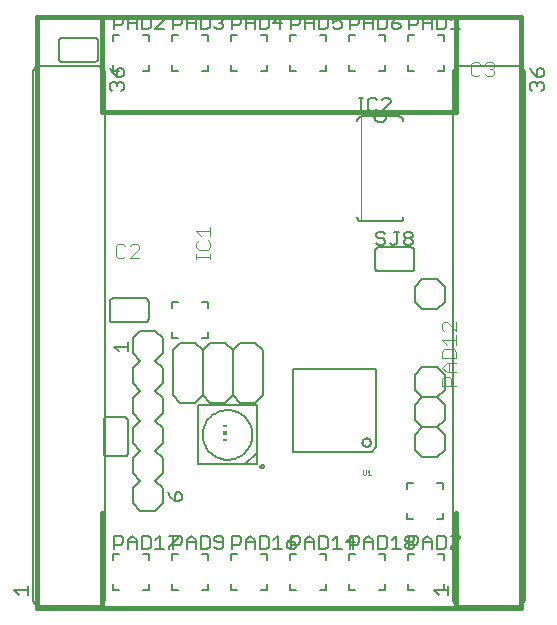
<source format=gto>
G75*
%MOIN*%
%OFA0B0*%
%FSLAX24Y24*%
%IPPOS*%
%LPD*%
%AMOC8*
5,1,8,0,0,1.08239X$1,22.5*
%
%ADD10C,0.0160*%
%ADD11C,0.0060*%
%ADD12C,0.0010*%
%ADD13C,0.0050*%
%ADD14R,0.0118X0.0059*%
%ADD15R,0.0118X0.0118*%
%ADD16C,0.0040*%
%ADD17C,0.0020*%
D10*
X001046Y000180D02*
X017188Y000180D01*
X017188Y019865D01*
X001046Y019865D01*
X001046Y000180D01*
X003211Y000180D02*
X003211Y003330D01*
X003211Y000180D02*
X015022Y000180D01*
X015022Y003330D01*
X015022Y016715D02*
X003211Y016715D01*
X003211Y019865D01*
X015022Y019865D01*
X015022Y016715D01*
D11*
X014917Y017985D02*
X014917Y000485D01*
X014638Y000761D02*
X014438Y000761D01*
X014638Y000761D02*
X014638Y000961D01*
X014917Y000485D02*
X014919Y000455D01*
X014924Y000425D01*
X014933Y000396D01*
X014946Y000369D01*
X014961Y000343D01*
X014980Y000319D01*
X015001Y000298D01*
X015025Y000279D01*
X015051Y000264D01*
X015078Y000251D01*
X015107Y000242D01*
X015137Y000237D01*
X015167Y000235D01*
X017067Y000235D01*
X017097Y000237D01*
X017127Y000242D01*
X017156Y000251D01*
X017183Y000264D01*
X017209Y000279D01*
X017233Y000298D01*
X017254Y000319D01*
X017273Y000343D01*
X017288Y000369D01*
X017301Y000396D01*
X017310Y000425D01*
X017315Y000455D01*
X017317Y000485D01*
X017317Y017985D01*
X017315Y018015D01*
X017310Y018045D01*
X017301Y018074D01*
X017288Y018101D01*
X017273Y018127D01*
X017254Y018151D01*
X017233Y018172D01*
X017209Y018191D01*
X017183Y018206D01*
X017156Y018219D01*
X017127Y018228D01*
X017097Y018233D01*
X017067Y018235D01*
X015167Y018235D01*
X015137Y018233D01*
X015107Y018228D01*
X015078Y018219D01*
X015051Y018206D01*
X015025Y018191D01*
X015001Y018172D01*
X014980Y018151D01*
X014961Y018127D01*
X014946Y018101D01*
X014933Y018074D01*
X014924Y018045D01*
X014919Y018015D01*
X014917Y017985D01*
X014638Y018084D02*
X014638Y018284D01*
X014638Y018084D02*
X014438Y018084D01*
X013638Y018084D02*
X013438Y018084D01*
X013438Y018284D01*
X012669Y018284D02*
X012669Y018084D01*
X012469Y018084D01*
X011669Y018084D02*
X011469Y018084D01*
X011469Y018284D01*
X010701Y018284D02*
X010701Y018084D01*
X010501Y018084D01*
X009701Y018084D02*
X009501Y018084D01*
X009501Y018284D01*
X009501Y019084D02*
X009501Y019284D01*
X009701Y019284D01*
X010501Y019284D02*
X010701Y019284D01*
X010701Y019084D01*
X011469Y019084D02*
X011469Y019284D01*
X011669Y019284D01*
X012469Y019284D02*
X012669Y019284D01*
X012669Y019084D01*
X013438Y019084D02*
X013438Y019284D01*
X013638Y019284D01*
X014438Y019284D02*
X014638Y019284D01*
X014638Y019084D01*
X013122Y016556D02*
X012702Y016556D01*
X012302Y016556D01*
X011882Y016556D01*
X011859Y016554D01*
X011836Y016549D01*
X011814Y016540D01*
X011794Y016527D01*
X011776Y016512D01*
X011761Y016494D01*
X011748Y016474D01*
X011739Y016452D01*
X011734Y016429D01*
X011732Y016406D01*
X012302Y016556D02*
X012304Y016529D01*
X012309Y016502D01*
X012319Y016476D01*
X012331Y016452D01*
X012347Y016430D01*
X012365Y016410D01*
X012387Y016393D01*
X012410Y016378D01*
X012435Y016368D01*
X012461Y016360D01*
X012488Y016356D01*
X012516Y016356D01*
X012543Y016360D01*
X012569Y016368D01*
X012594Y016378D01*
X012617Y016393D01*
X012639Y016410D01*
X012657Y016430D01*
X012673Y016452D01*
X012685Y016476D01*
X012695Y016502D01*
X012700Y016529D01*
X012702Y016556D01*
X013122Y016556D02*
X013145Y016554D01*
X013168Y016549D01*
X013190Y016540D01*
X013210Y016527D01*
X013228Y016512D01*
X013243Y016494D01*
X013256Y016474D01*
X013265Y016452D01*
X013270Y016429D01*
X013272Y016406D01*
X013272Y013206D02*
X013270Y013183D01*
X013265Y013160D01*
X013256Y013138D01*
X013243Y013118D01*
X013228Y013100D01*
X013210Y013085D01*
X013190Y013072D01*
X013168Y013063D01*
X013145Y013058D01*
X013122Y013056D01*
X011882Y013056D01*
X011859Y013058D01*
X011836Y013063D01*
X011814Y013072D01*
X011794Y013085D01*
X011776Y013100D01*
X011761Y013118D01*
X011748Y013138D01*
X011739Y013160D01*
X011734Y013183D01*
X011732Y013206D01*
X012433Y012192D02*
X013533Y012192D01*
X013550Y012190D01*
X013567Y012186D01*
X013583Y012179D01*
X013597Y012169D01*
X013610Y012156D01*
X013620Y012142D01*
X013627Y012126D01*
X013631Y012109D01*
X013633Y012092D01*
X013633Y011492D01*
X013631Y011475D01*
X013627Y011458D01*
X013620Y011442D01*
X013610Y011428D01*
X013597Y011415D01*
X013583Y011405D01*
X013567Y011398D01*
X013550Y011394D01*
X013533Y011392D01*
X012433Y011392D01*
X012416Y011394D01*
X012399Y011398D01*
X012383Y011405D01*
X012369Y011415D01*
X012356Y011428D01*
X012346Y011442D01*
X012339Y011458D01*
X012335Y011475D01*
X012333Y011492D01*
X012333Y012092D01*
X012335Y012109D01*
X012339Y012126D01*
X012346Y012142D01*
X012356Y012156D01*
X012369Y012169D01*
X012383Y012179D01*
X012399Y012186D01*
X012416Y012190D01*
X012433Y012192D01*
X013644Y010883D02*
X013894Y011133D01*
X014394Y011133D01*
X014644Y010883D01*
X014644Y010383D01*
X014394Y010133D01*
X013894Y010133D01*
X013644Y010383D01*
X013644Y010883D01*
X013894Y008196D02*
X014394Y008196D01*
X014644Y007946D01*
X014644Y007446D01*
X014394Y007196D01*
X014644Y006946D01*
X014644Y006446D01*
X014394Y006196D01*
X014644Y005946D01*
X014644Y005446D01*
X014394Y005196D01*
X013894Y005196D01*
X013644Y005446D01*
X013644Y005946D01*
X013894Y006196D01*
X013644Y006446D01*
X013644Y006946D01*
X013894Y007196D01*
X013644Y007446D01*
X013644Y007946D01*
X013894Y008196D01*
X013894Y007196D02*
X014394Y007196D01*
X014394Y006196D02*
X013894Y006196D01*
X012347Y005523D02*
X012207Y005383D01*
X009587Y005383D01*
X009587Y008143D01*
X012347Y008143D01*
X012347Y005523D01*
X011906Y005683D02*
X011908Y005706D01*
X011914Y005729D01*
X011923Y005750D01*
X011936Y005770D01*
X011952Y005787D01*
X011970Y005801D01*
X011990Y005812D01*
X012012Y005820D01*
X012035Y005824D01*
X012059Y005824D01*
X012082Y005820D01*
X012104Y005812D01*
X012124Y005801D01*
X012142Y005787D01*
X012158Y005770D01*
X012171Y005750D01*
X012180Y005729D01*
X012186Y005706D01*
X012188Y005683D01*
X012186Y005660D01*
X012180Y005637D01*
X012171Y005616D01*
X012158Y005596D01*
X012142Y005579D01*
X012124Y005565D01*
X012104Y005554D01*
X012082Y005546D01*
X012059Y005542D01*
X012035Y005542D01*
X012012Y005546D01*
X011990Y005554D01*
X011970Y005565D01*
X011952Y005579D01*
X011936Y005596D01*
X011923Y005616D01*
X011914Y005637D01*
X011908Y005660D01*
X011906Y005683D01*
X013383Y004351D02*
X013383Y004151D01*
X013383Y004351D02*
X013583Y004351D01*
X014383Y004351D02*
X014583Y004351D01*
X014583Y004151D01*
X014583Y003351D02*
X014583Y003151D01*
X014383Y003151D01*
X013583Y003151D02*
X013383Y003151D01*
X013383Y003351D01*
X013438Y001961D02*
X013638Y001961D01*
X013438Y001961D02*
X013438Y001761D01*
X012669Y001761D02*
X012669Y001961D01*
X012469Y001961D01*
X011669Y001961D02*
X011469Y001961D01*
X011469Y001761D01*
X010701Y001761D02*
X010701Y001961D01*
X010501Y001961D01*
X009701Y001961D02*
X009501Y001961D01*
X009501Y001761D01*
X009501Y000961D02*
X009501Y000761D01*
X009701Y000761D01*
X010501Y000761D02*
X010701Y000761D01*
X010701Y000961D01*
X011469Y000961D02*
X011469Y000761D01*
X011669Y000761D01*
X012469Y000761D02*
X012669Y000761D01*
X012669Y000961D01*
X013438Y000961D02*
X013438Y000761D01*
X013638Y000761D01*
X014638Y001761D02*
X014638Y001961D01*
X014438Y001961D01*
X008732Y001961D02*
X008732Y001761D01*
X008732Y001961D02*
X008532Y001961D01*
X007732Y001961D02*
X007532Y001961D01*
X007532Y001761D01*
X006764Y001761D02*
X006764Y001961D01*
X006564Y001961D01*
X005764Y001961D02*
X005564Y001961D01*
X005564Y001761D01*
X004795Y001761D02*
X004795Y001961D01*
X004595Y001961D01*
X003795Y001961D02*
X003595Y001961D01*
X003595Y001761D01*
X003595Y000961D02*
X003595Y000761D01*
X003795Y000761D01*
X003317Y000485D02*
X003317Y017985D01*
X003595Y018084D02*
X003595Y018284D01*
X003595Y018084D02*
X003795Y018084D01*
X003317Y017985D02*
X003315Y018015D01*
X003310Y018045D01*
X003301Y018074D01*
X003288Y018101D01*
X003273Y018127D01*
X003254Y018151D01*
X003233Y018172D01*
X003209Y018191D01*
X003183Y018206D01*
X003156Y018219D01*
X003127Y018228D01*
X003097Y018233D01*
X003067Y018235D01*
X001167Y018235D01*
X001137Y018233D01*
X001107Y018228D01*
X001078Y018219D01*
X001051Y018206D01*
X001025Y018191D01*
X001001Y018172D01*
X000980Y018151D01*
X000961Y018127D01*
X000946Y018101D01*
X000933Y018074D01*
X000924Y018045D01*
X000919Y018015D01*
X000917Y017985D01*
X000917Y000485D01*
X000919Y000455D01*
X000924Y000425D01*
X000933Y000396D01*
X000946Y000369D01*
X000961Y000343D01*
X000980Y000319D01*
X001001Y000298D01*
X001025Y000279D01*
X001051Y000264D01*
X001078Y000251D01*
X001107Y000242D01*
X001137Y000237D01*
X001167Y000235D01*
X003067Y000235D01*
X003097Y000237D01*
X003127Y000242D01*
X003156Y000251D01*
X003183Y000264D01*
X003209Y000279D01*
X003233Y000298D01*
X003254Y000319D01*
X003273Y000343D01*
X003288Y000369D01*
X003301Y000396D01*
X003310Y000425D01*
X003315Y000455D01*
X003317Y000485D01*
X004595Y000761D02*
X004795Y000761D01*
X004795Y000961D01*
X005564Y000961D02*
X005564Y000761D01*
X005764Y000761D01*
X006564Y000761D02*
X006764Y000761D01*
X006764Y000961D01*
X007532Y000961D02*
X007532Y000761D01*
X007732Y000761D01*
X008532Y000761D02*
X008732Y000761D01*
X008732Y000961D01*
X005254Y003658D02*
X005004Y003408D01*
X004504Y003408D01*
X004254Y003658D01*
X004254Y004158D01*
X004504Y004408D01*
X004254Y004658D01*
X004254Y005158D01*
X004504Y005408D01*
X004254Y005658D01*
X004254Y006158D01*
X004504Y006408D01*
X004254Y006658D01*
X004254Y007158D01*
X004504Y007408D01*
X004254Y007658D01*
X004254Y008158D01*
X004504Y008408D01*
X004254Y008658D01*
X004254Y009158D01*
X004504Y009408D01*
X005004Y009408D01*
X005254Y009158D01*
X005254Y008658D01*
X005004Y008408D01*
X005254Y008158D01*
X005254Y007658D01*
X005004Y007408D01*
X005254Y007158D01*
X005254Y006658D01*
X005004Y006408D01*
X005254Y006158D01*
X005254Y005658D01*
X005004Y005408D01*
X005254Y005158D01*
X005254Y004658D01*
X005004Y004408D01*
X005254Y004158D01*
X005254Y003658D01*
X003986Y005230D02*
X003386Y005230D01*
X003369Y005232D01*
X003352Y005236D01*
X003336Y005243D01*
X003322Y005253D01*
X003309Y005266D01*
X003299Y005280D01*
X003292Y005296D01*
X003288Y005313D01*
X003286Y005330D01*
X003286Y006430D01*
X003288Y006447D01*
X003292Y006464D01*
X003299Y006480D01*
X003309Y006494D01*
X003322Y006507D01*
X003336Y006517D01*
X003352Y006524D01*
X003369Y006528D01*
X003386Y006530D01*
X003986Y006530D01*
X004003Y006528D01*
X004020Y006524D01*
X004036Y006517D01*
X004050Y006507D01*
X004063Y006494D01*
X004073Y006480D01*
X004080Y006464D01*
X004084Y006447D01*
X004086Y006430D01*
X004086Y005330D01*
X004084Y005313D01*
X004080Y005296D01*
X004073Y005280D01*
X004063Y005266D01*
X004050Y005253D01*
X004036Y005243D01*
X004020Y005236D01*
X004003Y005232D01*
X003986Y005230D01*
X005835Y007007D02*
X005585Y007257D01*
X005585Y008757D01*
X005835Y009007D01*
X006335Y009007D01*
X006585Y008757D01*
X006585Y007257D01*
X006335Y007007D01*
X005835Y007007D01*
X006585Y007257D02*
X006835Y007007D01*
X007335Y007007D01*
X007585Y007257D01*
X007585Y008757D01*
X007335Y009007D01*
X006835Y009007D01*
X006585Y008757D01*
X006569Y009171D02*
X006769Y009171D01*
X006769Y009371D01*
X006769Y010171D02*
X006769Y010371D01*
X006569Y010371D01*
X005769Y010371D02*
X005569Y010371D01*
X005569Y010171D01*
X005569Y009371D02*
X005569Y009171D01*
X005769Y009171D01*
X004775Y009789D02*
X004775Y010389D01*
X004773Y010406D01*
X004769Y010423D01*
X004762Y010439D01*
X004752Y010453D01*
X004739Y010466D01*
X004725Y010476D01*
X004709Y010483D01*
X004692Y010487D01*
X004675Y010489D01*
X003575Y010489D01*
X003558Y010487D01*
X003541Y010483D01*
X003525Y010476D01*
X003511Y010466D01*
X003498Y010453D01*
X003488Y010439D01*
X003481Y010423D01*
X003477Y010406D01*
X003475Y010389D01*
X003475Y009789D01*
X003477Y009772D01*
X003481Y009755D01*
X003488Y009739D01*
X003498Y009725D01*
X003511Y009712D01*
X003525Y009702D01*
X003541Y009695D01*
X003558Y009691D01*
X003575Y009689D01*
X004675Y009689D01*
X004692Y009691D01*
X004709Y009695D01*
X004725Y009702D01*
X004739Y009712D01*
X004752Y009725D01*
X004762Y009739D01*
X004769Y009755D01*
X004773Y009772D01*
X004775Y009789D01*
X007585Y008757D02*
X007835Y009007D01*
X008335Y009007D01*
X008585Y008757D01*
X008585Y007257D01*
X008335Y007007D01*
X007835Y007007D01*
X007585Y007257D01*
X007532Y018084D02*
X007532Y018284D01*
X007532Y018084D02*
X007732Y018084D01*
X008532Y018084D02*
X008732Y018084D01*
X008732Y018284D01*
X008732Y019084D02*
X008732Y019284D01*
X008532Y019284D01*
X007732Y019284D02*
X007532Y019284D01*
X007532Y019084D01*
X006764Y019084D02*
X006764Y019284D01*
X006564Y019284D01*
X005764Y019284D02*
X005564Y019284D01*
X005564Y019084D01*
X004795Y019084D02*
X004795Y019284D01*
X004595Y019284D01*
X003795Y019284D02*
X003595Y019284D01*
X003595Y019084D01*
X003086Y019082D02*
X003086Y018482D01*
X003084Y018465D01*
X003080Y018448D01*
X003073Y018432D01*
X003063Y018418D01*
X003050Y018405D01*
X003036Y018395D01*
X003020Y018388D01*
X003003Y018384D01*
X002986Y018382D01*
X001886Y018382D01*
X001869Y018384D01*
X001852Y018388D01*
X001836Y018395D01*
X001822Y018405D01*
X001809Y018418D01*
X001799Y018432D01*
X001792Y018448D01*
X001788Y018465D01*
X001786Y018482D01*
X001786Y019082D01*
X001788Y019099D01*
X001792Y019116D01*
X001799Y019132D01*
X001809Y019146D01*
X001822Y019159D01*
X001836Y019169D01*
X001852Y019176D01*
X001869Y019180D01*
X001886Y019182D01*
X002986Y019182D01*
X003003Y019180D01*
X003020Y019176D01*
X003036Y019169D01*
X003050Y019159D01*
X003063Y019146D01*
X003073Y019132D01*
X003080Y019116D01*
X003084Y019099D01*
X003086Y019082D01*
X004595Y018084D02*
X004795Y018084D01*
X004795Y018284D01*
X005564Y018284D02*
X005564Y018084D01*
X005764Y018084D01*
X006564Y018084D02*
X006764Y018084D01*
X006764Y018284D01*
D12*
X011927Y004758D02*
X011927Y004633D01*
X011952Y004608D01*
X012002Y004608D01*
X012027Y004633D01*
X012027Y004758D01*
X012075Y004708D02*
X012125Y004758D01*
X012125Y004608D01*
X012075Y004608D02*
X012175Y004608D01*
D13*
X000441Y000610D02*
X000291Y000760D01*
X000742Y000760D01*
X000742Y000610D02*
X000742Y000910D01*
X003620Y002136D02*
X003620Y002586D01*
X003846Y002586D01*
X003921Y002511D01*
X003921Y002361D01*
X003846Y002286D01*
X003620Y002286D01*
X004081Y002361D02*
X004381Y002361D01*
X004381Y002436D02*
X004381Y002136D01*
X004541Y002136D02*
X004766Y002136D01*
X004841Y002211D01*
X004841Y002511D01*
X004766Y002586D01*
X004541Y002586D01*
X004541Y002136D01*
X004381Y002436D02*
X004231Y002586D01*
X004081Y002436D01*
X004081Y002136D01*
X005002Y002136D02*
X005302Y002136D01*
X005152Y002136D02*
X005152Y002586D01*
X005002Y002436D01*
X005462Y002586D02*
X005762Y002586D01*
X005762Y002511D01*
X005462Y002211D01*
X005462Y002136D01*
X005589Y002136D02*
X005589Y002586D01*
X005814Y002586D01*
X005889Y002511D01*
X005889Y002361D01*
X005814Y002286D01*
X005589Y002286D01*
X006049Y002361D02*
X006350Y002361D01*
X006350Y002436D02*
X006199Y002586D01*
X006049Y002436D01*
X006049Y002136D01*
X006350Y002136D02*
X006350Y002436D01*
X006510Y002586D02*
X006735Y002586D01*
X006810Y002511D01*
X006810Y002211D01*
X006735Y002136D01*
X006510Y002136D01*
X006510Y002586D01*
X006970Y002511D02*
X006970Y002436D01*
X007045Y002361D01*
X007270Y002361D01*
X007270Y002211D02*
X007270Y002511D01*
X007195Y002586D01*
X007045Y002586D01*
X006970Y002511D01*
X006970Y002211D02*
X007045Y002136D01*
X007195Y002136D01*
X007270Y002211D01*
X007557Y002136D02*
X007557Y002586D01*
X007783Y002586D01*
X007858Y002511D01*
X007858Y002361D01*
X007783Y002286D01*
X007557Y002286D01*
X008018Y002361D02*
X008318Y002361D01*
X008318Y002436D02*
X008168Y002586D01*
X008018Y002436D01*
X008018Y002136D01*
X008318Y002136D02*
X008318Y002436D01*
X008478Y002586D02*
X008703Y002586D01*
X008778Y002511D01*
X008778Y002211D01*
X008703Y002136D01*
X008478Y002136D01*
X008478Y002586D01*
X008939Y002436D02*
X009089Y002586D01*
X009089Y002136D01*
X008939Y002136D02*
X009239Y002136D01*
X009399Y002211D02*
X009399Y002361D01*
X009624Y002361D01*
X009699Y002286D01*
X009699Y002211D01*
X009624Y002136D01*
X009474Y002136D01*
X009399Y002211D01*
X009526Y002136D02*
X009526Y002586D01*
X009751Y002586D01*
X009826Y002511D01*
X009826Y002361D01*
X009751Y002286D01*
X009526Y002286D01*
X009399Y002361D02*
X009549Y002511D01*
X009699Y002586D01*
X009986Y002436D02*
X010136Y002586D01*
X010287Y002436D01*
X010287Y002136D01*
X010447Y002136D02*
X010672Y002136D01*
X010747Y002211D01*
X010747Y002511D01*
X010672Y002586D01*
X010447Y002586D01*
X010447Y002136D01*
X010287Y002361D02*
X009986Y002361D01*
X009986Y002436D02*
X009986Y002136D01*
X010907Y002136D02*
X011207Y002136D01*
X011057Y002136D02*
X011057Y002586D01*
X010907Y002436D01*
X011367Y002361D02*
X011668Y002361D01*
X011720Y002286D02*
X011494Y002286D01*
X011367Y002361D02*
X011593Y002586D01*
X011593Y002136D01*
X011494Y002136D02*
X011494Y002586D01*
X011720Y002586D01*
X011795Y002511D01*
X011795Y002361D01*
X011720Y002286D01*
X011955Y002361D02*
X012255Y002361D01*
X012255Y002436D02*
X012105Y002586D01*
X011955Y002436D01*
X011955Y002136D01*
X012255Y002136D02*
X012255Y002436D01*
X012415Y002586D02*
X012640Y002586D01*
X012715Y002511D01*
X012715Y002211D01*
X012640Y002136D01*
X012415Y002136D01*
X012415Y002586D01*
X012876Y002436D02*
X013026Y002586D01*
X013026Y002136D01*
X012876Y002136D02*
X013176Y002136D01*
X013336Y002211D02*
X013336Y002286D01*
X013411Y002361D01*
X013561Y002361D01*
X013636Y002286D01*
X013636Y002211D01*
X013561Y002136D01*
X013411Y002136D01*
X013336Y002211D01*
X013463Y002136D02*
X013463Y002586D01*
X013688Y002586D01*
X013763Y002511D01*
X013763Y002361D01*
X013688Y002286D01*
X013463Y002286D01*
X013411Y002361D02*
X013336Y002436D01*
X013336Y002511D01*
X013411Y002586D01*
X013561Y002586D01*
X013636Y002511D01*
X013636Y002436D01*
X013561Y002361D01*
X013923Y002361D02*
X014224Y002361D01*
X014224Y002436D02*
X014224Y002136D01*
X014384Y002136D02*
X014609Y002136D01*
X014684Y002211D01*
X014684Y002511D01*
X014609Y002586D01*
X014384Y002586D01*
X014384Y002136D01*
X014224Y002436D02*
X014073Y002586D01*
X013923Y002436D01*
X013923Y002136D01*
X014844Y002136D02*
X014844Y002211D01*
X015144Y002511D01*
X015144Y002586D01*
X014844Y002586D01*
X014742Y000910D02*
X014742Y000610D01*
X014742Y000760D02*
X014291Y000760D01*
X014441Y000610D01*
X008505Y004882D02*
X008507Y004896D01*
X008513Y004910D01*
X008521Y004922D01*
X008533Y004930D01*
X008547Y004936D01*
X008561Y004938D01*
X008575Y004936D01*
X008589Y004930D01*
X008601Y004922D01*
X008609Y004910D01*
X008615Y004896D01*
X008617Y004882D01*
X008615Y004868D01*
X008609Y004854D01*
X008601Y004842D01*
X008589Y004834D01*
X008575Y004828D01*
X008561Y004826D01*
X008547Y004828D01*
X008533Y004834D01*
X008521Y004842D01*
X008513Y004854D01*
X008507Y004868D01*
X008505Y004882D01*
X008390Y004956D02*
X007996Y004956D01*
X008390Y005349D01*
X008390Y004956D01*
X008390Y005349D02*
X008390Y006924D01*
X006422Y006924D01*
X006422Y004956D01*
X007996Y004956D01*
X006579Y005940D02*
X006581Y005997D01*
X006587Y006054D01*
X006597Y006110D01*
X006610Y006166D01*
X006628Y006220D01*
X006649Y006273D01*
X006674Y006324D01*
X006702Y006374D01*
X006734Y006421D01*
X006768Y006467D01*
X006806Y006509D01*
X006847Y006549D01*
X006890Y006587D01*
X006936Y006621D01*
X006984Y006651D01*
X007034Y006679D01*
X007086Y006703D01*
X007140Y006723D01*
X007194Y006739D01*
X007250Y006752D01*
X007306Y006761D01*
X007363Y006766D01*
X007420Y006767D01*
X007477Y006764D01*
X007534Y006757D01*
X007590Y006746D01*
X007645Y006732D01*
X007699Y006713D01*
X007752Y006691D01*
X007803Y006666D01*
X007852Y006636D01*
X007899Y006604D01*
X007944Y006568D01*
X007986Y006530D01*
X008025Y006488D01*
X008061Y006444D01*
X008095Y006398D01*
X008125Y006349D01*
X008151Y006299D01*
X008174Y006247D01*
X008193Y006193D01*
X008209Y006138D01*
X008221Y006082D01*
X008229Y006025D01*
X008233Y005969D01*
X008233Y005911D01*
X008229Y005855D01*
X008221Y005798D01*
X008209Y005742D01*
X008193Y005687D01*
X008174Y005633D01*
X008151Y005581D01*
X008125Y005531D01*
X008095Y005482D01*
X008061Y005436D01*
X008025Y005392D01*
X007986Y005350D01*
X007944Y005312D01*
X007899Y005276D01*
X007852Y005244D01*
X007803Y005214D01*
X007752Y005189D01*
X007699Y005167D01*
X007645Y005148D01*
X007590Y005134D01*
X007534Y005123D01*
X007477Y005116D01*
X007420Y005113D01*
X007363Y005114D01*
X007306Y005119D01*
X007250Y005128D01*
X007194Y005141D01*
X007140Y005157D01*
X007086Y005177D01*
X007034Y005201D01*
X006984Y005229D01*
X006936Y005259D01*
X006890Y005293D01*
X006847Y005331D01*
X006806Y005371D01*
X006768Y005413D01*
X006734Y005459D01*
X006702Y005506D01*
X006674Y005556D01*
X006649Y005607D01*
X006628Y005660D01*
X006610Y005714D01*
X006597Y005770D01*
X006587Y005826D01*
X006581Y005883D01*
X006579Y005940D01*
X005804Y004023D02*
X005729Y004023D01*
X005654Y003948D01*
X005654Y003723D01*
X005804Y003723D01*
X005879Y003798D01*
X005879Y003948D01*
X005804Y004023D01*
X005504Y003873D02*
X005654Y003723D01*
X005504Y003873D02*
X005429Y004023D01*
X004079Y008723D02*
X004079Y009023D01*
X004079Y008873D02*
X003629Y008873D01*
X003779Y008723D01*
X003867Y017410D02*
X003942Y017485D01*
X003942Y017635D01*
X003867Y017710D01*
X003792Y017710D01*
X003716Y017635D01*
X003716Y017560D01*
X003716Y017635D02*
X003641Y017710D01*
X003566Y017710D01*
X003491Y017635D01*
X003491Y017485D01*
X003566Y017410D01*
X003716Y017871D02*
X003716Y018096D01*
X003792Y018171D01*
X003867Y018171D01*
X003942Y018096D01*
X003942Y017946D01*
X003867Y017871D01*
X003716Y017871D01*
X003566Y018021D01*
X003491Y018171D01*
X003620Y019459D02*
X003620Y019909D01*
X003846Y019909D01*
X003921Y019834D01*
X003921Y019684D01*
X003846Y019609D01*
X003620Y019609D01*
X004081Y019684D02*
X004381Y019684D01*
X004381Y019759D02*
X004381Y019459D01*
X004541Y019459D02*
X004766Y019459D01*
X004841Y019534D01*
X004841Y019834D01*
X004766Y019909D01*
X004541Y019909D01*
X004541Y019459D01*
X004381Y019759D02*
X004231Y019909D01*
X004081Y019759D01*
X004081Y019459D01*
X005002Y019459D02*
X005302Y019759D01*
X005302Y019834D01*
X005227Y019909D01*
X005077Y019909D01*
X005002Y019834D01*
X005002Y019459D02*
X005302Y019459D01*
X005589Y019459D02*
X005589Y019909D01*
X005814Y019909D01*
X005889Y019834D01*
X005889Y019684D01*
X005814Y019609D01*
X005589Y019609D01*
X006049Y019684D02*
X006350Y019684D01*
X006350Y019759D02*
X006350Y019459D01*
X006510Y019459D02*
X006735Y019459D01*
X006810Y019534D01*
X006810Y019834D01*
X006735Y019909D01*
X006510Y019909D01*
X006510Y019459D01*
X006350Y019759D02*
X006199Y019909D01*
X006049Y019759D01*
X006049Y019459D01*
X006970Y019534D02*
X007045Y019459D01*
X007195Y019459D01*
X007270Y019534D01*
X007270Y019609D01*
X007195Y019684D01*
X007120Y019684D01*
X007195Y019684D02*
X007270Y019759D01*
X007270Y019834D01*
X007195Y019909D01*
X007045Y019909D01*
X006970Y019834D01*
X007557Y019909D02*
X007557Y019459D01*
X007557Y019609D02*
X007783Y019609D01*
X007858Y019684D01*
X007858Y019834D01*
X007783Y019909D01*
X007557Y019909D01*
X008018Y019759D02*
X008018Y019459D01*
X008018Y019684D02*
X008318Y019684D01*
X008318Y019759D02*
X008318Y019459D01*
X008478Y019459D02*
X008703Y019459D01*
X008778Y019534D01*
X008778Y019834D01*
X008703Y019909D01*
X008478Y019909D01*
X008478Y019459D01*
X008318Y019759D02*
X008168Y019909D01*
X008018Y019759D01*
X008939Y019684D02*
X009239Y019684D01*
X009164Y019459D02*
X009164Y019909D01*
X008939Y019684D01*
X009526Y019609D02*
X009751Y019609D01*
X009826Y019684D01*
X009826Y019834D01*
X009751Y019909D01*
X009526Y019909D01*
X009526Y019459D01*
X009986Y019459D02*
X009986Y019759D01*
X010136Y019909D01*
X010287Y019759D01*
X010287Y019459D01*
X010447Y019459D02*
X010672Y019459D01*
X010747Y019534D01*
X010747Y019834D01*
X010672Y019909D01*
X010447Y019909D01*
X010447Y019459D01*
X010287Y019684D02*
X009986Y019684D01*
X010907Y019684D02*
X011057Y019759D01*
X011132Y019759D01*
X011207Y019684D01*
X011207Y019534D01*
X011132Y019459D01*
X010982Y019459D01*
X010907Y019534D01*
X010907Y019684D02*
X010907Y019909D01*
X011207Y019909D01*
X011494Y019909D02*
X011720Y019909D01*
X011795Y019834D01*
X011795Y019684D01*
X011720Y019609D01*
X011494Y019609D01*
X011494Y019459D02*
X011494Y019909D01*
X011955Y019759D02*
X011955Y019459D01*
X011955Y019684D02*
X012255Y019684D01*
X012255Y019759D02*
X012255Y019459D01*
X012415Y019459D02*
X012640Y019459D01*
X012715Y019534D01*
X012715Y019834D01*
X012640Y019909D01*
X012415Y019909D01*
X012415Y019459D01*
X012255Y019759D02*
X012105Y019909D01*
X011955Y019759D01*
X012876Y019684D02*
X012876Y019534D01*
X012951Y019459D01*
X013101Y019459D01*
X013176Y019534D01*
X013176Y019609D01*
X013101Y019684D01*
X012876Y019684D01*
X013026Y019834D01*
X013176Y019909D01*
X013463Y019909D02*
X013688Y019909D01*
X013763Y019834D01*
X013763Y019684D01*
X013688Y019609D01*
X013463Y019609D01*
X013463Y019459D02*
X013463Y019909D01*
X013923Y019759D02*
X013923Y019459D01*
X013923Y019684D02*
X014224Y019684D01*
X014224Y019759D02*
X014224Y019459D01*
X014384Y019459D02*
X014609Y019459D01*
X014684Y019534D01*
X014684Y019834D01*
X014609Y019909D01*
X014384Y019909D01*
X014384Y019459D01*
X014224Y019759D02*
X014073Y019909D01*
X013923Y019759D01*
X014844Y019759D02*
X014994Y019909D01*
X014994Y019459D01*
X014844Y019459D02*
X015144Y019459D01*
X012845Y017106D02*
X012770Y017181D01*
X012620Y017181D01*
X012545Y017106D01*
X012385Y017106D02*
X012310Y017181D01*
X012159Y017181D01*
X012084Y017106D01*
X012084Y016806D01*
X012159Y016731D01*
X012310Y016731D01*
X012385Y016806D01*
X012545Y016731D02*
X012845Y017031D01*
X012845Y017106D01*
X012845Y016731D02*
X012545Y016731D01*
X011928Y016731D02*
X011777Y016731D01*
X011853Y016731D02*
X011853Y017181D01*
X011928Y017181D02*
X011777Y017181D01*
X012433Y012718D02*
X012358Y012643D01*
X012358Y012568D01*
X012433Y012492D01*
X012583Y012492D01*
X012658Y012417D01*
X012658Y012342D01*
X012583Y012267D01*
X012433Y012267D01*
X012358Y012342D01*
X012433Y012718D02*
X012583Y012718D01*
X012658Y012643D01*
X012968Y012718D02*
X013118Y012718D01*
X013043Y012718D02*
X013043Y012342D01*
X012968Y012267D01*
X012893Y012267D01*
X012818Y012342D01*
X013279Y012342D02*
X013279Y012417D01*
X013354Y012492D01*
X013504Y012492D01*
X013579Y012417D01*
X013579Y012342D01*
X013504Y012267D01*
X013354Y012267D01*
X013279Y012342D01*
X013354Y012492D02*
X013279Y012568D01*
X013279Y012643D01*
X013354Y012718D01*
X013504Y012718D01*
X013579Y012643D01*
X013579Y012568D01*
X013504Y012492D01*
X017566Y017410D02*
X017491Y017485D01*
X017491Y017635D01*
X017566Y017710D01*
X017641Y017710D01*
X017716Y017635D01*
X017792Y017710D01*
X017867Y017710D01*
X017942Y017635D01*
X017942Y017485D01*
X017867Y017410D01*
X017716Y017560D02*
X017716Y017635D01*
X017716Y017871D02*
X017716Y018096D01*
X017792Y018171D01*
X017867Y018171D01*
X017942Y018096D01*
X017942Y017946D01*
X017867Y017871D01*
X017716Y017871D01*
X017566Y018021D01*
X017491Y018171D01*
D14*
X007310Y006251D03*
X007310Y005778D03*
D15*
X007310Y006015D03*
D16*
X006825Y011808D02*
X006825Y011962D01*
X006825Y011885D02*
X006365Y011885D01*
X006365Y011808D02*
X006365Y011962D01*
X006441Y012115D02*
X006365Y012192D01*
X006365Y012345D01*
X006441Y012422D01*
X006518Y012576D02*
X006365Y012729D01*
X006825Y012729D01*
X006825Y012576D02*
X006825Y012883D01*
X006748Y012422D02*
X006825Y012345D01*
X006825Y012192D01*
X006748Y012115D01*
X006441Y012115D01*
X004463Y012149D02*
X004463Y012225D01*
X004386Y012302D01*
X004233Y012302D01*
X004156Y012225D01*
X004003Y012225D02*
X003926Y012302D01*
X003772Y012302D01*
X003696Y012225D01*
X003696Y011918D01*
X003772Y011842D01*
X003926Y011842D01*
X004003Y011918D01*
X004156Y011842D02*
X004463Y012149D01*
X004463Y011842D02*
X004156Y011842D01*
X014558Y009638D02*
X014558Y009484D01*
X014635Y009407D01*
X014558Y009638D02*
X014635Y009714D01*
X014712Y009714D01*
X015019Y009407D01*
X015019Y009714D01*
X015019Y009254D02*
X015019Y008947D01*
X015019Y009100D02*
X014558Y009100D01*
X014712Y008947D01*
X014635Y008793D02*
X014558Y008717D01*
X014558Y008487D01*
X015019Y008487D01*
X015019Y008717D01*
X014942Y008793D01*
X014635Y008793D01*
X014712Y008333D02*
X015019Y008333D01*
X014788Y008333D02*
X014788Y008026D01*
X014712Y008026D02*
X014558Y008180D01*
X014712Y008333D01*
X014712Y008026D02*
X015019Y008026D01*
X014865Y007796D02*
X014865Y007566D01*
X015019Y007566D02*
X014558Y007566D01*
X014558Y007796D01*
X014635Y007873D01*
X014788Y007873D01*
X014865Y007796D01*
X015608Y017909D02*
X015761Y017909D01*
X015838Y017985D01*
X015991Y017985D02*
X016068Y017909D01*
X016221Y017909D01*
X016298Y017985D01*
X016298Y018062D01*
X016221Y018139D01*
X016145Y018139D01*
X016221Y018139D02*
X016298Y018216D01*
X016298Y018292D01*
X016221Y018369D01*
X016068Y018369D01*
X015991Y018292D01*
X015838Y018292D02*
X015761Y018369D01*
X015608Y018369D01*
X015531Y018292D01*
X015531Y017985D01*
X015608Y017909D01*
D17*
X011872Y016556D02*
X011872Y013056D01*
M02*

</source>
